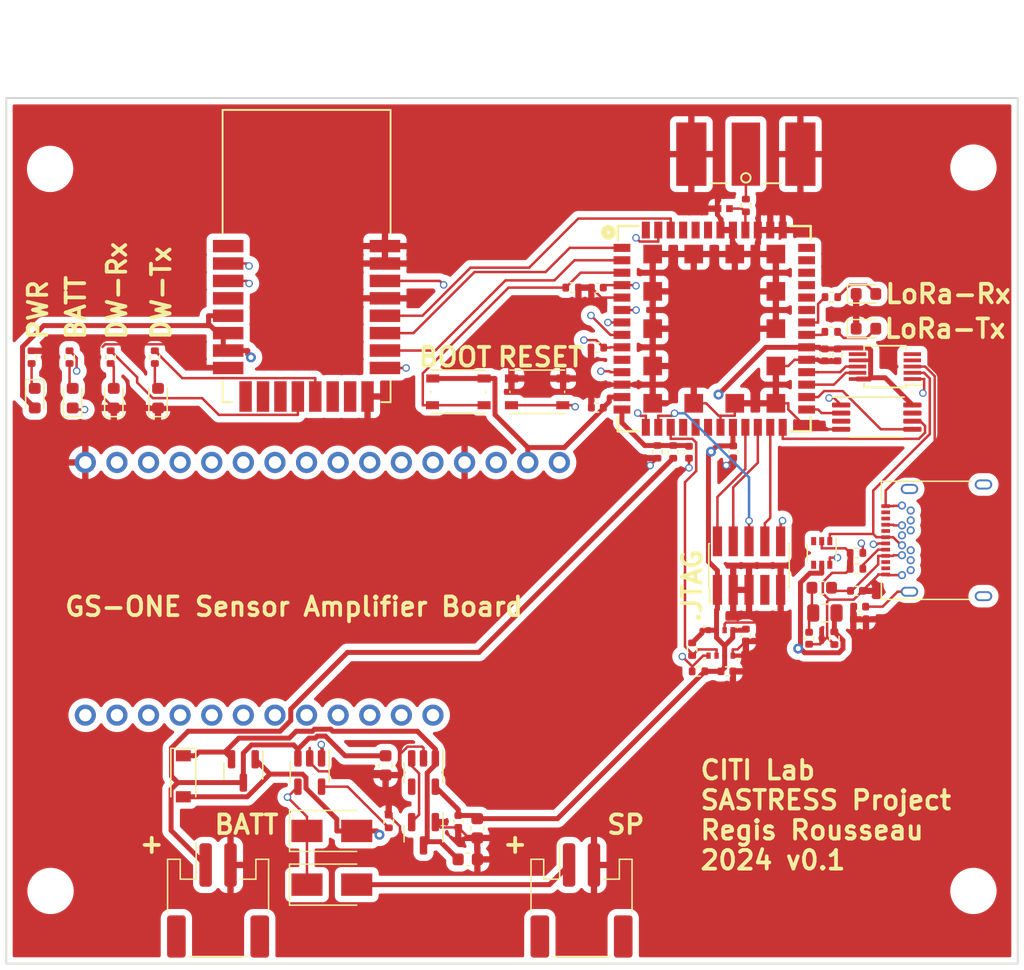
<source format=kicad_pcb>
(kicad_pcb (version 20211014) (generator pcbnew)
  (layers (0 "F.Cu" signal) (1 "In1.Cu" signal) (2 "In2.Cu" signal) (31 "B.Cu" signal) (34 "B.Paste" user) (35 "F.Paste" user) (36 "B.SilkS" user "B.Silkscreen") (37 "F.SilkS" user "F.Silkscreen") (38 "B.Mask" user) (39 "F.Mask" user) (44 "Edge.Cuts" user))
  (net 0 "")
  (net 1 "GND")
  (net 2 "VBAT")
  (net 3 "+BATT")
  (net 4 "+3V3")
  (net 5 "VDD_IN")
  (net 6 "Net-(C105-Pad2)")
  (net 7 "Net-(C106-Pad1)")
  (net 8 "Net-(C107-Pad1)")
  (net 9 "NRST")
  (net 10 "Net-(D100-Pad1)")
  (net 11 "Net-(D101-Pad1)")
  (net 12 "Net-(D101-Pad2)")
  (net 13 "Net-(D102-Pad1)")
  (net 14 "VBUS")
  (net 15 "VDC")
  (net 16 "/STM32WL-MAMWLE-C1/USB_N")
  (net 19 "/STM32WL-MAMWLE-C1/USB_P")
  (net 20 "Net-(D200-Pad2)")
  (net 21 "Net-(D201-Pad2)")
  (net 22 "Net-(J102-PadA5)")
  (net 24 "Net-(J102-PadB5)")
  (net 26 "PA13_SWDIO")
  (net 27 "PA14_SWCLK")
  (net 29 "PA15_JTDI")
  (net 30 "Net-(R104-Pad1)")
  (net 31 "TXLED")
  (net 32 "RXLED")
  (net 33 "DW_IRQ")
  (net 34 "BOOTO")
  (net 35 "BME_SDA")
  (net 36 "BME_SCL")
  (net 37 "LDO_EN")
  (net 40 "DW_WAKEUP")
  (net 41 "DW_RSTn")
  (net 48 "DW_CSn")
  (net 49 "DW_MOSI")
  (net 50 "DW_MISO")
  (net 51 "DW_CLK")
  (net 53 "BME_CLK")
  (net 56 "Net-(CRC200-Pad1)")
  (net 62 "PA11_SWO")
  (net 63 "PB7_RxD1")
  (net 64 "PB6_TxD1")
  (net 65 "ADC0")
  (net 99 "Net-(R206-Pad2)")
  (net 100 "M95_CS")
  (net 101 "M95_CLK")
  (net 102 "M95_MISO")
  (net 103 "M95_MOSI")
  (net 104 "Net-(R207-Pad2)")
  (net 105 "Net-(J201-Pad1)")
  (net 106 "PC0_Tx")
  (net 107 "PC1_Rx")
  (footprint "Mounting_Holes:MountingHole_2.7mm" (layer "F.Cu") (at 58.636 139.088)
    (fp_text reference "MK3" hide)
    (fp_text value "Mounting_Hole_PAD" hide)
  )
  (footprint "Mounting_Holes:MountingHole_2.7mm" (layer "F.Cu") (at 58.6 81.03)
    (fp_text reference "MK1" hide)
    (fp_text value "Mounting_Hole_PAD" hide)
  )
  (footprint "Mounting_Holes:MountingHole_2.7mm" (layer "F.Cu") (at 132.804 80.922)
    (fp_text reference "MK2" hide)
    (fp_text value "Mounting_Hole_PAD" hide)
  )
  (footprint "Mounting_Holes:MountingHole_2.7mm" (layer "F.Cu") (at 132.804 139.088)
    (fp_text reference "MK4" hide)
    (fp_text value "Mounting_Hole_PAD" hide)
  )
  (footprint "Capacitor_SMD:C_0603_1608Metric" (layer "F.Cu") (at 92.926 134.05 -90)
    (fp_text reference "C103" hide)
    (fp_text value "10uF" hide)
  )
  (footprint "Resistor_SMD:R_0402_1005Metric" (layer "F.Cu") (at 67.018 96.162 -90)
    (fp_text reference "R201" hide)
    (fp_text value "1K5" hide)
  )
  (footprint "Connector_JST:JST_PH_S2B-PH-SM4-TB_1x02-1MP_P2.00mm_Horizontal" (layer "F.Cu") (at 101.308 139.85)
    (fp_text reference "J101" hide)
    (fp_text value "JST_PH" hide)
  )
  (footprint "Connector_PinHeader_1.27mm:PinHeader_2x05_P1.27mm_Vertical_SMD" (layer "F.Cu") (at 114.77 112.926 90)
    (fp_text reference "J200" hide)
    (fp_text value "Conn_ARM_JTAG_SWD_10" hide)
  )
  (footprint "RF_Module:DWM1000" (layer "F.Cu") (at 79.21 88.034)
    (fp_text reference "U200" hide)
    (fp_text value "DWM1000" hide)
  )
  (footprint "Capacitor_SMD:C_0402_1005Metric" (layer "F.Cu") (at 121.882 95.984 -90)
    (fp_text reference "C200" hide)
    (fp_text value "100nF" hide)
  )
  (footprint "Package_TO_SOT_SMD:SOT-363_SC-70-6" (layer "F.Cu") (at 120.612 111.91 -90)
    (fp_text reference "D105" hide)
    (fp_text value "NUP2202" hide)
  )
  (footprint "Capacitor_SMD:C_0402_1005Metric" (layer "F.Cu") (at 102.578 90.574 180)
    (fp_text reference "C201" hide)
    (fp_text value "100nF" hide)
  )
  (footprint "LED_SMD:LED_0603_1608Metric" (layer "F.Cu") (at 63.716 99.464 90)
    (fp_text reference "D200" hide)
    (fp_text value "RX-GREEN" hide)
  )
  (footprint "Capacitor_SMD:C_0402_1005Metric" (layer "F.Cu") (at 102.578 100.226)
    (fp_text reference "C204" hide)
    (fp_text value "100nF" hide)
  )
  (footprint "Package_SO:TSSOP-8_4.4x3mm_P0.65mm" (layer "F.Cu") (at 125.036 100.988)
    (fp_text reference "U204" hide)
    (fp_text value "M95M01-RDW6TP" hide)
  )
  (footprint "sma-142-0701-851:142-0701-851" (layer "F.Cu") (at 114.516 79.6774)
    (fp_text reference "J201" hide)
    (fp_text value "CONN_001P_2-5GND_1" hide)
  )
  (footprint "Package_SO:MSOP-10_3x3mm_P0.5mm" (layer "F.Cu") (at 125.692 96.924 180)
    (fp_text reference "U202" hide)
    (fp_text value "CH340E" hide)
  )
  (footprint "Resistor_SMD:R_0402_1005Metric" (layer "F.Cu") (at 57.112 96.162 90)
    (fp_text reference "R102" hide)
    (fp_text value "1K5" hide)
  )
  (footprint "Connector_USB:USB_C_Receptacle_Amphenol_12401548E4-2A" (layer "F.Cu") (at 130.772 110.894 90)
    (fp_text reference "J102" hide)
    (fp_text value "USB_C_Receptacle_USB2.0" hide)
  )
  (footprint "Package_TO_SOT_SMD:SOT-23-5" (layer "F.Cu") (at 79.464 129.566 -90)
    (fp_text reference "U101" hide)
    (fp_text value "MCP73831" hide)
  )
  (footprint "Capacitor_SMD:C_0402_1005Metric" (layer "F.Cu") (at 109.944 103.808 90)
    (fp_text reference "C100" hide)
    (fp_text value "100nF" hide)
  )
  (footprint "LED_SMD:LED_0603_1608Metric" (layer "F.Cu") (at 60.414 99.464 90)
    (fp_text reference "D101" hide)
    (fp_text value "CH_ORANGE" hide)
  )
  (footprint "Button_Switch_SMD:SW_Push_1P1T_NO_Vertical_Wuerth_434133025816" (layer "F.Cu") (at 91.402 98.956 180)
    (fp_text reference "SW201" hide)
    (fp_text value "BOOTO" hide)
  )
  (footprint "Capacitor_SMD:C_0402_1005Metric" (layer "F.Cu") (at 119.596 118.768 -90)
    (fp_text reference "C107" hide)
    (fp_text value "100nF" hide)
  )
  (footprint "LED_SMD:LED_0603_1608Metric" (layer "F.Cu") (at 124.168 91.082)
    (fp_text reference "D202" hide)
    (fp_text value "RX-GREEN" hide)
  )
  (footprint "Package_TO_SOT_SMD:SOT-23" (layer "F.Cu") (at 74.13 129.436 -90)
    (fp_text reference "Q100" hide)
    (fp_text value "SI2323DS" hide)
  )
  (footprint "Resistor_SMD:R_0402_1005Metric" (layer "F.Cu") (at 108.674 103.78 90)
    (fp_text reference "R100" hide)
    (fp_text value "1M" hide)
  )
  (footprint "Connector_JST:JST_PH_S2B-PH-SM4-TB_1x02-1MP_P2.00mm_Horizontal" (layer "F.Cu") (at 72.098 139.85)
    (fp_text reference "J100" hide)
    (fp_text value "JST_PH" hide)
  )
  (footprint "Inductor_SMD:L_0603_1608Metric" (layer "F.Cu") (at 120.612 114.704 180)
    (fp_text reference "FB100" hide)
    (fp_text value "PZ1608D221-1R0TF" hide)
  )
  (footprint "Capacitor_SMD:C_0402_1005Metric" (layer "F.Cu") (at 120.866 95.984 90)
    (fp_text reference "C205" hide)
    (fp_text value "100nF" hide)
  )
  (footprint "LED_SMD:LED_0603_1608Metric" (layer "F.Cu") (at 57.366 99.464 -90)
    (fp_text reference "D100" hide)
    (fp_text value "PWR-RED" hide)
  )
  (footprint "Resistor_SMD:R_0402_1005Metric" (layer "F.Cu") (at 114.516 83.968 90)
    (fp_text reference "R209" hide)
    (fp_text value "0R" hide)
  )
  (footprint "Resistor_SMD:R_0402_1005Metric" (layer "F.Cu") (at 102.578 95.4 180)
    (fp_text reference "R202" hide)
    (fp_text value "1K5" hide)
  )
  (footprint "LED_SMD:LED_0603_1608Metric" (layer "F.Cu") (at 67.272 99.464 90)
    (fp_text reference "D201" hide)
    (fp_text value "TX-BLUE" hide)
  )
  (footprint "Button_Switch_SMD:SW_Push_1P1T_NO_Vertical_Wuerth_434133025816" (layer "F.Cu") (at 97.752 98.956)
    (fp_text reference "SW200" hide)
    (fp_text value "RESET" hide)
  )
  (footprint "Resistor_SMD:R_0402_1005Metric" (layer "F.Cu") (at 123.66 117.244)
    (fp_text reference "R106" hide)
    (fp_text value "1M" hide)
  )
  (footprint "Capacitor_SMD:C_0603_1608Metric" (layer "F.Cu") (at 92.164 136.548)
    (fp_text reference "C104" hide)
    (fp_text value "10uF" hide)
  )
  (footprint "Resistor_SMD:R_0402_1005Metric" (layer "F.Cu") (at 121.374 94.13)
    (fp_text reference "R207" hide)
    (fp_text value "1K5" hide)
  )
  (footprint "Diode_SMD:D_SMA" (layer "F.Cu") (at 81.242 134.262)
    (fp_text reference "D102" hide)
    (fp_text value "SS14" hide)
  )
  (footprint "Capacitor_SMD:C_0402_1005Metric" (layer "F.Cu") (at 123.66 116.228)
    (fp_text reference "C105" hide)
    (fp_text value "10nF" hide)
  )
  (footprint "Resistor_SMD:R_0402_1005Metric" (layer "F.Cu") (at 121.628 118.766 -90)
    (fp_text reference "R105" hide)
    (fp_text value "100K" hide)
  )
  (footprint "Resistor_SMD:R_0402_1005Metric" (layer "F.Cu") (at 110.706 121.43)
    (fp_text reference "R205" hide)
    (fp_text value "5K1" hide)
  )
  (footprint "pgb1010402:PGB1010402KR" (layer "F.Cu") (at 112.738 84.222 180)
    (fp_text reference "CRC200" hide)
    (fp_text value "PGB1010402" hide)
  )
  (footprint "LED_SMD:LED_0603_1608Metric" (layer "F.Cu") (at 124.168 93.876)
    (fp_text reference "D203" hide)
    (fp_text value "TX-BLUE" hide)
  )
  (footprint "Capacitor_SMD:C_0402_1005Metric" (layer "F.Cu") (at 114.516 118.514 -90)
    (fp_text reference "C202" hide)
    (fp_text value "100nF" hide)
  )
  (footprint "Capacitor_SMD:C_0402_1005Metric" (layer "F.Cu") (at 113.5 103.782 -90)
    (fp_text reference "C206" hide)
    (fp_text value "100nF" hide)
  )
  (footprint "Diode_SMD:D_SOD-123" (layer "F.Cu") (at 69.304 129.866 -90)
    (fp_text reference "D104" hide)
    (fp_text value "B5819W" hide)
  )
  (footprint "Capacitor_SMD:C_0603_1608Metric" (layer "F.Cu") (at 85.56 128.996 -90)
    (fp_text reference "C101" hide)
    (fp_text value "10uF" hide)
  )
  (footprint "Resistor_SMD:R_0402_1005Metric" (layer "F.Cu") (at 107.404 103.78 -90)
    (fp_text reference "R101" hide)
    (fp_text value "1M" hide)
  )
  (footprint "Capacitor_SMD:C_0402_1005Metric" (layer "F.Cu") (at 91.402 133.5 -90)
    (fp_text reference "C102" hide)
    (fp_text value "100nF" hide)
  )
  (footprint "MAMWLExx:MAMWLExx" (layer "F.Cu") (at 111.976 93.876)
    (fp_text reference "U201" hide)
    (fp_text value "MAMWLExx" hide)
  )
  (footprint "Package_LGA:Bosch_LGA-8_2.5x2.5mm_P0.65mm_ClockwisePinNumbering" (layer "F.Cu") (at 112.484 119.144 180)
    (fp_text reference "U203" hide)
    (fp_text value "BME280" hide)
  )
  (footprint "Diode_SMD:D_SMA" (layer "F.Cu") (at 81.242 138.58)
    (fp_text reference "D103" hide)
    (fp_text value "SS14" hide)
  )
  (footprint "Resistor_SMD:R_0402_1005Metric" (layer "F.Cu") (at 121.386 91.336)
    (fp_text reference "R206" hide)
    (fp_text value "1k5" hide)
  )
  (footprint "Resistor_SMD:R_0402_1005Metric" (layer "F.Cu") (at 85.814 133.5 90)
    (fp_text reference "R104" hide)
    (fp_text value "4K7" hide)
  )
  (footprint "Fuse:Fuse_0805_2012Metric" (layer "F.Cu") (at 120.866 116.736)
    (fp_text reference "F101" hide)
    (fp_text value "0.75A" hide)
  )
  (footprint "Resistor_SMD:R_0402_1005Metric" (layer "F.Cu") (at 100.548 90.574)
    (fp_text reference "R203" hide)
    (fp_text value "100K" hide)
  )
  (footprint "Resistor_SMD:R_0402_1005Metric" (layer "F.Cu") (at 123.406 113.18)
    (fp_text reference "R107" hide)
    (fp_text value "5K1" hide)
  )
  (footprint "Resistor_SMD:R_0402_1005Metric" (layer "F.Cu") (at 110.198 119.652 90)
    (fp_text reference "R204" hide)
    (fp_text value "5K1" hide)
  )
  (footprint "Capacitor_SMD:C_0402_1005Metric" (layer "F.Cu") (at 123.406 114.958)
    (fp_text reference "C106" hide)
    (fp_text value "10nF" hide)
  )
  (footprint "Package_TO_SOT_SMD:SOT-23" (layer "F.Cu") (at 88.608 134.49 -90)
    (fp_text reference "U100" hide)
    (fp_text value "TPS3809K33D" hide)
  )
  (footprint "Resistor_SMD:R_0402_1005Metric" (layer "F.Cu") (at 123.406 111.91)
    (fp_text reference "R108" hide)
    (fp_text value "5K1" hide)
  )
  (footprint "Resistor_SMD:R_0402_1005Metric" (layer "F.Cu") (at 63.462 96.162 -90)
    (fp_text reference "R200" hide)
    (fp_text value "1k5" hide)
  )
  (footprint "penguino_v1:Feather-Generic-no-holes" (layer "F.Cu") (at 105.88 103.3615 -90)
    (fp_text reference "U300" hide)
    (fp_text value "Feather-Generic")
  )
  (footprint "Capacitor_SMD:C_0402_1005Metric" (layer "F.Cu") (at 112.992 121.43)
    (fp_text reference "C203" hide)
    (fp_text value "100nF" hide)
  )
  (footprint "Resistor_SMD:R_0402_1005Metric" (layer "F.Cu") (at 60.16 96.162 -90)
    (fp_text reference "R103" hide)
    (fp_text value "1K5" hide)
  )
  (footprint "Package_TO_SOT_SMD:TSOT-23-5" (layer "F.Cu") (at 88.608 129.566 -90)
    (fp_text reference "U102" hide)
    (fp_text value "RT9078-33GJ5" hide)
  )
  (gr_rect (start 55.08 75.334) (end 136.36 144.93) (layer "Edge.Cuts") (width 0.15) (fill none))
  (gr_text "+" (at 66.764 135.278) (layer "F.SilkS") (effects (font (size 1.5 1.5) (thickness 0.3))))
  (gr_text "SP" (at 104.864 133.754) (layer "F.SilkS") (effects (font (size 1.5 1.5) (thickness 0.3))))
  (gr_text "DW-Rx" (at 63.97 90.828 90) (layer "F.SilkS") (effects (font (size 1.5 1.5) (thickness 0.3))))
  (gr_text "." (at 110.706 116.482) (layer "F.SilkS") (effects (font (size 1.5 1.5) (thickness 0.3))))
  (gr_text "RESET" (at 98.006 96.162) (layer "F.SilkS") (effects (font (size 1.5 1.5) (thickness 0.3))))
  (gr_text "JTAG" (at 110.198 114.196 90) (layer "F.SilkS") (effects (font (size 1.5 1.5) (thickness 0.3))))
  (gr_text "+" (at 95.974 135.278) (layer "F.SilkS") (effects (font (size 1.5 1.5) (thickness 0.3))))
  (gr_text "BOOT" (at 91.148 96.162) (layer "F.SilkS") (effects (font (size 1.5 1.5) (thickness 0.3))))
  (gr_text "CITI Lab\nSASTRESS Project\nRegis Rousseau\n2024 v0.1" (at 110.706 132.992) (layer "F.SilkS") (effects (font (size 1.5 1.5) (thickness 0.3)) (justify left)))
  (gr_text "DW-Tx" (at 67.526 91.006572 90) (layer "F.SilkS") (effects (font (size 1.5 1.5) (thickness 0.3))))
  (gr_text "BATT" (at 74.384 133.754) (layer "F.SilkS") (effects (font (size 1.5 1.5) (thickness 0.3))))
  (gr_text "PWR" (at 57.62 92.363714 90) (layer "F.SilkS") (effects (font (size 1.5 1.5) (thickness 0.3))))
  (gr_text "GS-ONE Sensor Amplifier Board" (at 78.194 116.228) (layer "F.SilkS") (effects (font (size 1.5 1.5) (thickness 0.3))))
  (gr_text "LoRa-Rx" (at 130.772 91.082) (layer "F.SilkS") (effects (font (size 1.5 1.5) (thickness 0.3))))
  (gr_text "BATT" (at 60.668 92.185143 90) (layer "F.SilkS") (effects (font (size 1.5 1.5) (thickness 0.3))))
  (gr_text "LoRa-Tx" (at 130.518 93.876) (layer "F.SilkS") (effects (font (size 1.5 1.5) (thickness 0.3))))
  (segment (start 102.9 91.376) (end 102.098 90.574) (width 0.2) (layer "F.Cu") (net 1))
  (segment (start 113.626 87.876) (end 113.626 87.3758) (width 0.2) (layer "F.Cu") (net 1))
  (segment (start 84.11 99.1116) (end 84.11 98.6355) (width 0.2) (layer "F.Cu") (net 1))
  (segment (start 88.608 127.916) (end 88.608 127.591) (width 0.2) (layer "F.Cu") (net 1))
  (segment (start 117.476 86.1773) (end 117.476 86.4086) (width 0.2) (layer "F.Cu") (net 1))
  (segment (start 120.7001 114.2541) (end 121.4456 113.5086) (width 0.2) (layer "F.Cu") (net 1))
  (segment (start 127.037 108.119) (end 127.062 108.094) (width 0.2) (layer "F.Cu") (net 1))
  (segment (start 112.476 100.8763) (end 113.626 100.8763) (width 0.2) (layer "F.Cu") (net 1))
  (segment (start 109.944 105.0645) (end 109.944 104.288) (width 0.2) (layer "F.Cu") (net 1))
  (segment (start 112.9246 117.5031) (end 115.1556 117.5031) (width 0.2) (layer "F.Cu") (net 1))
  (segment (start 114.77 114.876) (end 113.5 114.876) (width 0.2) (layer "F.Cu") (net 1))
  (segment (start 80.1952 129.4688) (end 79.464 128.7376) (width 0.2) (layer "F.Cu") (net 1))
  (segment (start 121.1985 115.664) (end 120.7001 115.1656) (width 0.2) (layer "F.Cu") (net 1))
  (segment (start 79.464 128.7376) (end 79.464 128.4285) (width 0.2) (layer "F.Cu") (net 1))
  (segment (start 69.5303 95.1308) (end 63.0238 95.1308) (width 0.2) (layer "F.Cu") (net 1))
  (segment (start 95.677 97.881) (end 96.4523 97.881) (width 0.2) (layer "F.Cu") (net 1))
  (segment (start 117.9263 96.876) (end 118.4263 96.376) (width 0.2) (layer "F.Cu") (net 1))
  (segment (start 79.464 127.96) (end 79.464 127.591) (width 0.2) (layer "F.Cu") (net 1))
  (segment (start 86.7192 133.8952) (end 86.7192 134.9029) (width 0.2) (layer "F.Cu") (net 1))
  (segment (start 120.778 96.376) (end 120.866 96.464) (width 0.2) (layer "F.Cu") (net 1))
  (segment (start 63.0238 95.1308) (end 62.8132 95.3414) (width 0.2) (layer "F.Cu") (net 1))
  (segment (start 89.9855 133.98) (end 89.558 133.5525) (width 0.2) (layer "F.Cu") (net 1))
  (segment (start 126.3773 108.119) (end 126.3523 108.144) (width 0.2) (layer "F.Cu") (net 1))
  (segment (start 115.476 85.946) (end 115.476 86.1773) (width 0.2) (layer "F.Cu") (net 1))
  (segment (start 92.939 136.548) (end 92.926 136.535) (width 0.2) (layer "F.Cu") (net 1))
  (segment (start 127.062 113.694) (end 125.932 113.694) (width 0.2) (layer "F.Cu") (net 1))
  (segment (start 116.476 85.946) (end 116.476 86.1773) (width 0.2) (layer "F.Cu") (net 1))
  (segment (start 88.5014 127.4844) (end 87.3307 127.4844) (width 0.2) (layer "F.Cu") (net 1))
  (segment (start 115.476 86.1773) (end 115.476 86.4086) (width 0.2) (layer "F.Cu") (net 1))
  (segment (start 87.3307 127.4844) (end 86.6606 128.1545) (width 0.2) (layer "F.Cu") (net 1))
  (segment (start 111.3263 99.876) (end 112.3266 100.8763) (width 0.2) (layer "F.Cu") (net 1))
  (segment (start 107.026 90.826) (end 107.026 90.876) (width 0.2) (layer "F.Cu") (net 1))
  (segment (start 112.3266 100.8763) (end 112.476 100.8763) (width 0.2) (layer "F.Cu") (net 1))
  (segment (start 91.402 133.98) (end 89.9855 133.98) (width 0.2) (layer "F.Cu") (net 1))
  (segment (start 125.1517 113.644) (end 125.1517 113.6923) (width 0.2) (layer "F.Cu") (net 1))
  (segment (start 113.476 86.1773) (end 113.476 86.4086) (width 0.2) (layer "F.Cu") (net 1))
  (segment (start 110.1345 82.6328) (end 110.1746 82.6328) (width 0.2) (layer "F.Cu") (net 1))
  (segment (start 112.476 86.1773) (end 112.476 86.4086) (width 0.2) (layer "F.Cu") (net 1))
  (segment (start 109.8259 99.876) (end 110.326 99.876) (width 0.2) (layer "F.Cu") (net 1))
  (segment (start 118.4263 96.376) (end 119.396 96.376) (width 0.2) (layer "F.Cu") (net 1))
  (segment (start 88.608 127.916) (end 88.608 128.4285) (width 0.2) (layer "F.Cu") (net 1))
  (segment (start 112.2808 84.222) (end 111.7638 84.222) (width 0.2) (layer "F.Cu") (net 1))
  (segment (start 112.476 100.8763) (end 112.476 100.8807) (width 0.2) (layer "F.Cu") (net 1))
  (segment (start 85.56 129.4688) (end 80.1952 129.4688) (width 0.2) (layer "F.Cu") (net 1))
  (segment (start 121.1985 115.664) (end 121.0453 115.8172) (width 0.2) (layer "F.Cu") (net 1))
  (segment (start 120.4906 119.248) (end 119.596 119.248) (width 0.2) (layer "F.Cu") (net 1))
  (segment (start 121.0453 118.6933) (end 120.4906 119.248) (width 0.2) (layer "F.Cu") (net 1))
  (segment (start 112.809 117.6187) (end 112.9246 117.5031) (width 0.2) (layer "F.Cu") (net 1))
  (segment (start 102.308 137) (end 102.308 136.4902) (width 0.2) (layer "F.Cu") (net 1))
  (segment (start 128.9258 96.924) (end 127.892 96.924) (width 0.2) (layer "F.Cu") (net 1))
  (segment (start 125.752 108.144) (end 125.752 106.8862) (width 0.2) (layer "F.Cu") (net 1))
  (segment (start 85.56 129.771) (end 85.56 129.4688) (width 0.2) (layer "F.Cu") (net 1))
  (segment (start 116.926 99.876) (end 117.9263 99.876) (width 0.2) (layer "F.Cu") (net 1))
  (segment (start 122.5213 111.5353) (end 122.896 111.91) (width 0.2) (layer "F.Cu") (net 1))
  (segment (start 88.608 127.591) (end 88.5014 127.4844) (width 0.2) (layer "F.Cu") (net 1))
  (segment (start 92.247 134.825) (end 91.402 133.98) (width 0.2) (layer "F.Cu") (net 1))
  (segment (start 84.11 99.2209) (end 84.11 99.1116) (width 0.2) (layer "F.Cu") (net 1))
  (segment (start 79.464 127.96) (end 79.464 128.4285) (width 0.2) (layer "F.Cu") (net 1))
  (segment (start 106.8231 104.8709) (end 107.404 104.29) (width 0.2) (layer "F.Cu") (net 1))
  (segment (start 125.752 113.644) (end 125.1517 113.644) (width 0.2) (layer "F.Cu") (net 1))
  (segment (start 122.5674 113.5086) (end 122.896 113.18) (width 0.2) (layer "F.Cu") (net 1))
  (segment (start 92.926 134.825) (end 92.247 134.825) (width 0.2) (layer "F.Cu") (net 1))
  (segment (start 125.932 113.694) (end 125.882 113.644) (width 0.2) (layer "F.Cu") (net 1))
  (segment (start 116.926 96.876) (end 117.9263 96.876) (width 0.2) (layer "F.Cu") (net 1))
  (segment (start 123.886 114.958) (end 123.18 115.664) (width 0.2) (layer "F.Cu") (net 1))
  (segment (start 119.5132 101.963) (end 122.1735 101.963) (width 0.2) (layer "F.Cu") (net 1))
  (segment (start 120.612 111.5353) (end 122.5213 111.5353) (width 0.2) (layer "F.Cu") (net 1))
  (segment (start 112.476 101.806) (end 112.476 100.8807) (width 0.2) (layer "F.Cu") (net 1))
  (segment (start 113.472 121.43) (end 113.459 121.417) (width 0.2) (layer "F.Cu") (net 1))
  (segment (start 117.9263 100.3761) (end 119.5132 101.963) (width 0.2) (layer "F.Cu") (net 1))
  (segment (start 113.8413 119.6687) (end 113.459 119.6687) (width 0.2) (layer "F.Cu") (net 1))
  (segment (start 85.814 132.99) (end 85.56 132.736) (width 0.2) (layer "F.Cu") (net 1))
  (segment (start 112.809 118.119) (end 112.809 117.6187) (width 0.2) (layer "F.Cu") (net 1))
  (segment (start 125.752 108.144) (end 126.3523 108.144) (width 0.2) (layer "F.Cu") (net 1))
  (segment (start 123.18 115.664) (end 121.1985 115.664) (width 0.2) (layer "F.Cu") (net 1))
  (segment (start 84.11 99.3302) (end 84.11 99.2209) (width 0.2) (layer "F.Cu") (net 1))
  (segment (start 127.012 108.144) (end 127.037 108.119) (width 0.2) (layer "F.Cu") (net 1))
  (segment (start 113.626 99.876) (end 113.626 100.3761) (width 0.2) (layer "F.Cu") (net 1))
  (segment (start 62.8132 99.3487) (end 63.716 100.2515) (width 0.2) (layer "F.Cu") (net 1))
  (segment (start 121.0453 115.8172) (end 121.0453 118.6933) (width 0.2) (layer "F.Cu") (net 1))
  (segment (start 125.752 106.8862) (end 129.6916 102.9466) (width 0.2) (layer "F.Cu") (net 1))
  (segment (start 101.058 90.574) (end 102.098 90.574) (width 0.2) (layer "F.Cu") (net 1))
  (segment (start 123.18 116.228) (end 123.15 116.258) (width 0.2) (layer "F.Cu") (net 1))
  (segment (start 113.476 85.946) (end 113.476 86.1773) (width 0.2) (layer "F.Cu") (net 1))
  (segment (start 125.1517 113.6923) (end 123.886 114.958) (width 0.2) (layer "F.Cu") (net 1))
  (segment (start 129.6916 102.9466) (end 129.6916 97.6898) (width 0.2) (layer "F.Cu") (net 1))
  (segment (start 113.459 120.169) (end 113.459 119.6687) (width 0.2) (layer "F.Cu") (net 1))
  (segment (start 104.556 91.376) (end 102.9 91.376) (width 0.2) (layer "F.Cu") (net 1))
  (segment (start 113.626 100.3761) (end 113.626 100.8763) (width 0.2) (layer "F.Cu") (net 1))
  (segment (start 117.476 85.946) (end 117.476 86.1773) (width 0.2) (layer "F.Cu") (net 1))
  (segment (start 121.4456 113.5086) (end 122.5674 113.5086) (width 0.2) (layer "F.Cu") (net 1))
  (segment (start 125.752 113.644) (end 125.882 113.644) (width 0.2) (layer "F.Cu") (net 1))
  (segment (start 127.037 108.119) (end 126.3773 108.119) (width 0.2) (layer "F.Cu") (net 1))
  (segment (start 113.5 104.3122) (end 113.5 104.262) (width 0.2) (layer "F.Cu") (net 1))
  (segment (start 129.6916 97.6898) (end 128.9258 96.924) (width 0.2) (layer "F.Cu") (net 1))
  (segment (start 117.2339 86.6507) (end 117.476 86.4086) (width 0.2) (layer "F.Cu") (net 1))
  (segment (start 121.0453 118.6933) (end 121.628 119.276) (width 0.2) (layer "F.Cu") (net 1))
  (segment (start 116.476 86.1773) (end 116.476 86.4086) (width 0.2) (layer "F.Cu") (net 1))
  (segment (start 112.9365 104.8757) (end 113.5 104.3122) (width 0.2) (layer "F.Cu") (net 1))
  (segment (start 112.476 85.946) (end 112.476 86.1773) (width 0.2) (layer "F.Cu") (net 1))
  (segment (start 110.326 99.876) (end 111.3263 99.876) (width 0.2) (layer "F.Cu") (net 1))
  (segment (start 114.516 118.994) (end 113.8413 119.6687) (width 0.2) (layer "F.Cu") (net 1))
  (segment (start 120.7001 115.1656) (end 120.7001 114.2541) (width 0.2) (layer "F.Cu") (net 1))
  (segment (start 85.814 132.99) (end 86.7192 133.8952) (width 0.2) (layer "F.Cu") (net 1))
  (segment (start 117.9263 99.876) (end 117.9263 100.3761) (width 0.2) (layer "F.Cu") (net 1))
  (segment (start 120.612 110.96) (end 120.612 111.5353) (width 0.2) (layer "F.Cu") (net 1))
  (via (at 109.944 105.0645) (size 0.6) (drill 0.4) (layers "F.Cu" "B.Cu") (net 1))
  (via (at 112.9365 104.8757) (size 0.6) (drill 0.4) (layers "F.Cu" "B.Cu") (net 1))
  (via (at 106.8231 104.8709) (size 0.6) (drill 0.4) (layers "F.Cu" "B.Cu") (net 1))
  (segment (start 104.556 101.4424) (end 106.3836 103.27) (width 0.4) (layer "F.Cu") (net 2))
  (segment (start 104.556 100.376) (end 104.556 101.4424) (width 0.4) (layer "F.Cu") (net 2))
  (segment (start 106.3836 103.27) (end 107.404 103.27) (width 0.4) (layer "F.Cu") (net 2))
  (segment (start 107.404 103.27) (end 108.674 103.27) (width 0.4) (layer "F.Cu") (net 2))
  (segment (start 108.674 103.27) (end 109.886 103.27) (width 0.4) (layer "F.Cu") (net 2))
  (segment (start 109.886 103.27) (end 109.944 103.328) (width 0.4) (layer "F.Cu") (net 2))
  (segment (start 74.13 127.9976) (end 74.7805 127.3471) (width 0.4) (layer "F.Cu") (net 3))
  (segment (start 74.13 130.3735) (end 74.13 127.9976) (width 0.4) (layer "F.Cu") (net 3))
  (segment (start 79.4083 126.7967) (end 78.514 127.691) (width 0.4) (layer "F.Cu") (net 3))
  (segment (start 68.3222 130.9163) (end 68.3222 134.2242) (width 0.4) (layer "F.Cu") (net 3))
  (segment (start 74.13 130.3735) (end 68.865 130.3735) (width 0.4) (layer "F.Cu") (net 3))
  (segment (start 68.3528 129.8613) (end 68.3528 127.5848) (width 0.4) (layer "F.Cu") (net 3))
  (segment (start 78.1701 127.3471) (end 78.514 127.691) (width 0.4) (layer "F.Cu") (net 3))
  (segment (start 80.7183 126.6329) (end 80.0704 126.6329) (width 0.4) (layer "F.Cu") (net 3))
  (segment (start 77.0771 126.2463) (end 77.94 125.3834) (width 0.4) (layer "F.Cu") (net 3))
  (segment (start 79.9066 126.7967) (end 79.4083 126.7967) (width 0.4) (layer "F.Cu") (net 3))
  (segment (start 68.865 130.3735) (end 68.3222 130.9163) (width 0.4) (layer "F.Cu") (net 3))
  (segment (start 77.94 125.3834) (end 77.94 124.4652) (width 0.4) (layer "F.Cu") (net 3))
  (segment (start 77.94 124.4652) (end 82.4989 119.9063) (width 0.4) (layer "F.Cu") (net 3))
  (segment (start 82.3064 128.221) (end 80.7183 126.6329) (width 0.4) (layer "F.Cu") (net 3))
  (segment (start 80.0704 126.6329) (end 79.9066 126.7967) (width 0.4) (layer "F.Cu") (net 3))
  (segment (start 68.3528 127.5848) (end 69.6913 126.2463) (width 0.4) (layer "F.Cu") (net 3))
  (segment (start 68.3222 134.2242) (end 71.098 137) (width 0.4) (layer "F.Cu") (net 3))
  (segment (start 74.7805 127.3471) (end 78.1701 127.3471) (width 0.4) (layer "F.Cu") (net 3))
  (segment (start 82.4989 119.9063) (end 93.0577 119.9063) (width 0.4) (layer "F.Cu") (net 3))
  (segment (start 93.0577 119.9063) (end 108.674 104.29) (width 0.4) (layer "F.Cu") (net 3))
  (segment (start 69.6913 126.2463) (end 77.0771 126.2463) (width 0.4) (layer "F.Cu") (net 3))
  (segment (start 78.514 128.158) (end 78.514 127.691) (width 0.4) (layer "F.Cu") (net 3))
  (segment (start 78.514 128.158) (end 78.514 128.4285) (width 0.4) (layer "F.Cu") (net 3))
  (segment (start 85.56 128.221) (end 82.3064 128.221) (width 0.4) (layer "F.Cu") (net 3))
  (segment (start 68.865 130.3735) (end 68.3528 129.8613) (width 0.4) (layer "F.Cu") (net 3))
  (segment (start 94.3523 100.7935) (end 94.3523 97.881) (width 0.4) (layer "F.Cu") (net 4))
  (segment (start 56.3836 99.2691) (end 57.366 100.2515) (width 0.4) (layer "F.Cu") (net 4))
  (segment (start 112.159 118.119) (end 112.159 116.4973) (width 0.4) (layer "F.Cu") (net 4))
  (segment (start 72.91 95.6352) (end 74.4853 95.6352) (width 0.4) (layer "F.Cu") (net 4))
  (segment (start 123.492 96.424) (end 124.4922 96.424) (width 0.2998) (layer "F.Cu") (net 4))
  (segment (start 103.058 100.298) (end 99.9248 103.4312) (width 0.4) (layer "F.Cu") (net 4))
  (segment (start 71.4723 93.6262) (end 71.3347 93.6262) (width 0.4) (layer "F.Cu") (net 4))
  (segment (start 121.882 95.504) (end 120.866 95.504) (width 0.4) (layer "F.Cu") (net 4))
  (segment (start 72.0516 94.2352) (end 72.0813 94.2352) (width 0.4) (layer "F.Cu") (net 4))
  (segment (start 104.556 99.376) (end 103.5307 99.376) (width 0.4) (layer "F.Cu") (net 4))
  (segment (start 112.159 118.7193) (end 112.809 119.3693) (width 0.4) (layer "F.Cu") (net 4))
  (segment (start 124.5424 96.424) (end 124.4922 96.424) (width 0.2998) (layer "F.Cu") (net 4))
  (segment (start 124.4394 97.9244) (end 124.5424 97.8214) (width 0.4) (layer "F.Cu") (net 4))
  (segment (start 72.5162 95.6352) (end 72.91 95.6352) (width 0.4) (layer "F.Cu") (net 4))
  (segment (start 112.23 113.3257) (end 111.5096 112.6053) (width 0.4) (layer "F.Cu") (net 4))
  (segment (start 121.882 95.504) (end 121.9624 95.4236) (width 0.4) (layer "F.Cu") (net 4))
  (segment (start 119.396 95.376) (end 116.1126 95.376) (width 0.4) (layer "F.Cu") (net 4))
  (segment (start 93.477 97.881) (end 94.3523 97.881) (width 0.4) (layer "F.Cu") (net 4))
  (segment (start 110.9837 118.119) (end 110.9837 118.3563) (width 0.4) (layer "F.Cu") (net 4))
  (segment (start 123.492 97.9244) (end 124.4394 97.9244) (width 0.4) (layer "F.Cu") (net 4))
  (segment (start 113.459 118.119) (end 114.431 118.119) (width 0.4) (layer "F.Cu") (net 4))
  (segment (start 58.0924 93.6262) (end 56.3836 95.335) (width 0.4) (layer "F.Cu") (net 4))
  (segment (start 72.0813 94.2352) (end 71.4723 93.6262) (width 0.4) (layer "F.Cu") (net 4))
  (segment (start 112.809 119.3693) (end 112.809 120.169) (width 0.4) (layer "F.Cu") (net 4))
  (segment (start 103.5307 99.376) (end 103.5307 99.7533) (width 0.4) (layer "F.Cu") (net 4))
  (segment (start 99.9248 103.4312) (end 96.99 103.4312) (width 0.4) (layer "F.Cu") (net 4))
  (segment (start 111.5096 103.97) (end 111.7152 103.7644) (width 0.4) (layer "F.Cu") (net 4))
  (segment (start 91.402 133.02) (end 91.402 132.5475) (width 0.4) (layer "F.Cu") (net 4))
  (segment (start 89.352 97.881) (end 93.477 97.881) (width 0.4) (layer "F.Cu") (net 4))
  (segment (start 71.3347 93.6262) (end 71.3347 92.8352) (width 0.4) (layer "F.Cu") (net 4))
  (segment (start 112.159 118.119) (end 111.509 118.119) (width 0.4) (layer "F.Cu") (net 4))
  (segment (start 119.9087 95.376) (end 120.4213 95.376) (width 0.4) (layer "F.Cu") (net 4))
  (segment (start 119.9087 95.376) (end 119.396 95.376) (width 0.4) (layer "F.Cu") (net 4))
  (segment (start 72.5162 94.2352) (end 72.5162 95.6352) (width 0.4) (layer "F.Cu") (net 4))
  (segment (start 103.058 100.226) (end 103.058 100.298) (width 0.4) (layer "F.Cu") (net 4))
  (segment (start 111.216 121.43) (end 112.512 121.43) (width 0.4) (layer "F.Cu") (net 4))
  (segment (start 113.459 118.7193) (end 112.809 119.3693) (width 0.4) (layer "F.Cu") (net 4))
  (segment (start 112.809 120.169) (end 112.809 121.133) (width 0.4) (layer "F.Cu") (net 4))
  (segment (start 91.402 133.02) (end 92.671 133.02) (width 0.4) (layer "F.Cu") (net 4))
  (segment (start 124.5424 97.8214) (end 124.5424 96.424) (width 0.4) (layer "F.Cu") (net 4))
  (segment (start 112.159 116.4973) (end 112.23 116.4263) (width 0.4) (layer "F.Cu") (net 4))
  (segment (start 74.4853 95.9305) (end 74.7392 96.1844) (width 0.4) (layer "F.Cu") (net 4))
  (segment (start 72.1224 94.2352) (end 72.0813 94.2352) (width 0.4) (layer "F.Cu") (net 4))
  (segment (start 116.1126 95.376) (end 112.3154 99.1732) (width 0.4) (layer "F.Cu") (net 4))
  (segment (start 111.5096 112.6053) (end 111.5096 103.97) (width 0.4) (layer "F.Cu") (net 4))
  (segment (start 72.0813 94.2352) (end 72.1224 94.2352) (width 0.4) (layer "F.Cu") (net 4))
  (segment (start 125.7069 97.8214) (end 127.8985 100.013) (width 0.4) (layer "F.Cu") (net 4))
  (segment (start 110.9837 118.3563) (end 110.198 119.142) (width 0.4) (layer "F.Cu") (net 4))
  (segment (start 99.371 133.275) (end 92.926 133.275) (width 0.4) (layer "F.Cu") (net 4))
  (segment (start 112.23 114.876) (end 112.23 113.3257) (width 0.4) (layer "F.Cu") (net 4))
  (segment (start 72.5162 94.2352) (end 72.1224 94.2352) (width 0.4) (layer "F.Cu") (net 4))
  (segment (start 72.26 95.6352) (end 72.5162 95.6352) (width 0.4) (layer "F.Cu") (net 4))
  (segment (start 112.809 121.133) (end 112.512 121.43) (width 0.4) (layer "F.Cu") (net 4))
  (segment (start 121.9624 95.4236) (end 124.3611 95.4236) (width 0.4) (layer "F.Cu") (net 4))
  (segment (start 112.1776 103.302) (end 113.476 103.302) (width 0.4) (layer "F.Cu") (net 4))
  (segment (start 124.5424 95.6049) (end 124.5424 96.424) (width 0.4) (layer "F.Cu") (net 4))
  (segment (start 112.159 118.119) (end 112.159 118.7193) (width 0.4) (layer "F.Cu") (net 4))
  (segment (start 92.671 133.02) (end 92.926 133.275) (width 0.4) (layer "F.Cu") (net 4))
  (segment (start 91.402 132.5475) (end 89.558 130.7035) (width 0.4) (layer "F.Cu") (net 4))
  (segment (start 72.91 92.8352) (end 71.3347 92.8352) (width 0.4) (layer "F.Cu") (net 4))
  (segment (start 74.4853 95.6352) (end 74.4853 95.9305) (width 0.4) (layer "F.Cu") (net 4))
  (segment (start 113.459 118.119) (end 113.459 118.7193) (width 0.4) (layer "F.Cu") (net 4))
  (segment (start 120.5493 95.504) (end 120.4213 95.376) (width 0.4) (layer "F.Cu") (net 4))
  (segment (start 111.7152 103.7644) (end 112.1776 103.302) (width 0.4) (layer "F.Cu") (net 4))
  (segment (start 103.5307 99.7533) (end 103.058 100.226) (width 0.4) (layer "F.Cu") (net 4))
  (segment (start 124.3611 95.4236) (end 124.5424 95.6049) (width 0.4) (layer "F.Cu") (net 4))
  (segment (start 96.99 103.4312) (end 94.3523 100.7935) (width 0.4) (layer "F.Cu") (net 4))
  (segment (start 123.492 97.9244) (end 123.492 97.924) (width 0.2998) (layer "F.Cu") (net 4))
  (segment (start 113.476 101.806) (end 113.476 102.8313) (width 0.4) (layer "F.Cu") (net 4))
  (segment (start 124.5424 97.8214) (end 125.7069 97.8214) (width 0.4) (layer "F.Cu") (net 4))
  (segment (start 71.3347 93.6262) (end 58.0924 93.6262) (width 0.4) (layer "F.Cu") (net 4))
  (segment (start 113.476 103.302) (end 113.5 103.302) (width 0.4) (layer "F.Cu") (net 4))
  (segment (start 114.431 118.119) (end 114.516 118.034) (width 0.4) (layer "F.Cu") (net 4))
  (segment (start 112.23 114.876) (end 112.23 116.4263) (width 0.4) (layer "F.Cu") (net 4))
  (segment (start 111.509 118.119) (end 110.9837 118.119) (width 0.4) (layer "F.Cu") (net 4))
  (segment (start 96.99 104.6315) (end 96.99 103.4312) (width 0.4) (layer "F.Cu") (net 4))
  (segment (start 72.91 94.2352) (end 72.5162 94.2352) (width 0.4) (layer "F.Cu") (net 4))
  (segment (start 111.216 121.43) (end 99.371 133.275) (width 0.4) (layer "F.Cu") (net 4))
  (segment (start 56.3836 95.335) (end 56.3836 99.2691) (width 0.4) (layer "F.Cu") (net 4))
  (segment (start 113.476 102.8313) (end 113.476 103.302) (width 0.4) (layer "F.Cu") (net 4))
  (segment (start 120.866 95.504) (end 120.5493 95.504) (width 0.4) (layer "F.Cu") (net 4))
  (via (at 74.7392 96.1844) (size 0.8) (drill 0.4) (layers "F.Cu" "B.Cu") (net 4))
  (via (at 111.7152 103.7644) (size 0.8) (drill 0.4) (layers "F.Cu" "B.Cu") (net 4))
  (via (at 112.3154 99.1732) (size 0.8) (drill 0.4) (layers "F.Cu" "B.Cu") (net 4))
  (segment (start 72.672 127.9169) (end 72.672 127.896) (width 0.4) (layer "F.Cu") (net 5))
  (segment (start 79.8425 126.0826) (end 79.6787 126.2464) (width 0.4) (layer "F.Cu") (net 5))
  (segment (start 88.907 129.5907) (end 88.907 135.1285) (width 0.4) (layer "F.Cu") (net 5))
  (segment (start 89.558 128.122) (end 89.558 128.4285) (width 0.4) (layer "F.Cu") (net 5))
  (segment (start 89.558 128.4285) (end 89.558 128.9397) (width 0.4) (layer "F.Cu") (net 5))
  (segment (start 81.1507 126.0826) (end 79.8425 126.0826) (width 0.4) (layer "F.Cu") (net 5))
  (segment (start 70.2543 128.216) (end 70.5534 127.9169) (width 0.4) (layer "F.Cu") (net 5))
  (segment (start 89.9695 135.1285) (end 91.389 136.548) (width 0.4) (layer "F.Cu") (net 5))
  (segment (start 77.8232 126.7967) (end 73.7713 126.7967) (width 0.4) (layer "F.Cu") (net 5))
  (segment (start 69.304 128.216) (end 70.2543 128.216) (width 0.4) (layer "F.Cu") (net 5))
  (segment (start 88.907 135.1285) (end 89.9695 135.1285) (width 0.4) (layer "F.Cu") (net 5))
  (segment (start 89.558 128.9397) (end 88.907 129.5907) (width 0.4) (layer "F.Cu") (net 5))
  (segment (start 89.558 127.691) (end 88.1134 126.2464) (width 0.4) (layer "F.Cu") (net 5))
  (segment (start 81.3145 126.2464) (end 81.1507 126.0826) (width 0.4) (layer "F.Cu") (net 5))
  (segment (start 73.18 128.4249) (end 73.18 128.4985) (width 0.4) (layer "F.Cu") (net 5))
  (segment (start 88.907 135.1285) (end 88.608 135.4275) (width 0.4) (layer "F.Cu") (net 5))
  (segment (start 72.672 127.917) (end 72.672 127.9169) (width 0.4) (layer "F.Cu") (net 5))
  (segment (start 73.7713 126.7967) (end 72.672 127.896) (width 0.4) (layer "F.Cu") (net 5))
  (segment (start 89.558 128.122) (end 89.558 127.691) (width 0.4) (layer "F.Cu") (net 5))
  (segment (start 78.3735 126.2464) (end 77.8232 126.7967) (width 0.4) (layer "F.Cu") (net 5))
  (segment (start 88.1134 126.2464) (end 81.3145 126.2464) (width 0.4) (layer "F.Cu") (net 5))
  (segment (start 70.5534 127.9169) (end 72.672 127.9169) (width 0.4) (layer "F.Cu") (net 5))
  (segment (start 72.672 127.9169) (end 73.18 128.4249) (width 0.4) (layer "F.Cu") (net 5))
  (segment (start 79.6787 126.2464) (end 78.3735 126.2464) (width 0.4) (layer "F.Cu") (net 5))
  (segment (start 124.14 116.228) (end 125.5077 116.228) (width 0.2) (layer "F.Cu") (net 6))
  (segment (start 127.662 115.024) (end 126.7117 115.024) (width 0.2) (layer "F.Cu") (net 6))
  (segment (start 125.5077 116.228) (end 126.7117 115.024) (width 0.2) (layer "F.Cu") (net 6))
  (segment (start 126.4023 112.094) (end 126.3523 112.144) (width 0.2) (layer "F.Cu") (net 7))
  (segment (start 123.0231 114.958) (end 122.926 114.958) (width 0.2) (layer "F.Cu") (net 7))
  (segment (start 126.4023 109.694) (end 126.3523 109.644) (width 0.2) (layer "F.Cu") (net 7))
  (segment (start 121.6535 114.958) (end 121.3995 114.704) (width 0.2) (layer "F.Cu") (net 7))
  (segment (start 122.926 114.958) (end 121.6535 114.958) (width 0.2) (layer "F.Cu") (net 7))
  (segment (start 125.752 112.144) (end 125.1517 112.144) (width 0.2) (layer "F.Cu") (net 7))
  (segment (start 127.062 109.694) (end 126.4023 109.694) (width 0.2) (layer "F.Cu") (net 7))
  (segment (start 125.1517 112.144) (end 125.1517 112.8294) (width 0.2) (layer "F.Cu") (net 7))
  (segment (start 125.752 112.144) (end 126.3523 112.144) (width 0.2) (layer "F.Cu") (net 7))
  (segment (start 125.1517 112.8294) (end 123.0231 114.958) (width 0.2) (layer "F.Cu") (net 7))
  (segment (start 127.062 112.094) (end 126.4023 112.094) (width 0.2) (layer "F.Cu") (net 7))
  (segment (start 125.752 109.644) (end 126.3523 109.644) (width 0.2) (layer "F.Cu") (net 7))
  (segment (start 119.8245 114.704) (end 119.8245 116.632) (width 0.2) (layer "F.Cu") (net 8))
  (segment (start 119.596 117.0685) (end 119.596 118.288) (width 0.2) (layer "F.Cu") (net 8))
  (segment (start 119.9285 116.736) (end 119.596 117.0685) (width 0.2) (layer "F.Cu") (net 8))
  (segment (start 119.8245 116.632) (end 119.9285 116.736) (width 0.2) (layer "F.Cu") (net 8))
  (segment (start 95.677 100.031) (end 99.0267 100.031) (width 0.2) (layer "F.Cu") (net 9))
  (segment (start 105.4813 90.376) (end 105.6327 90.376) (width 0.2) (layer "F.Cu") (net 9))
  (segment (start 100.7011 100.1548) (end 100.5773 100.031) (width 0.2) (layer "F.Cu") (net 9))
  (segment (start 117.4594 109.3136) (end 117.31 109.463) (width 0.2) (layer "F.Cu") (net 9))
  (segment (start 100.7971 100.1548) (end 100.7011 100.1548) (width 0.2) (layer "F.Cu") (net 9))
  (segment (start 103.256 90.376) (end 104.556 90.376) (width 0.2) (layer "F.Cu") (net 9))
  (segment (start 99.802 100.031) (end 100.5773 100.031) (width 0.2) (layer "F.Cu") (net 9))
  (segment (start 103.058 90.574) (end 103.256 90.376) (width 0.2) (layer "F.Cu") (net 9))
  (segment (start 104.556 90.376) (end 105.4813 90.376) (width 0.2) (layer "F.Cu") (net 9))
  (segment (start 105.6327 90.376) (end 105.6854 90.4287) (width 0.2) (layer "F.Cu") (net 9))
  (segment (start 99.802 100.031) (end 99.0267 100.031) (width 0.2) (layer "F.Cu") (net 9))
  (segment (start 117.31 109.463) (end 117.31 110.976) (width 0.2) (layer "F.Cu") (net 9))
  (via (at 100.7971 100.1548) (size 0.6) (drill 0.4) (layers "F.Cu" "B.Cu") (net 9))
  (via (at 105.6854 90.4287) (size 0.6) (drill 0.4) (layers "F.Cu" "B.Cu") (net 9))
  (via (at 117.4594 109.3136) (size 0.6) (drill 0.4) (layers "F.Cu" "B.Cu") (net 9))
  (segment (start 57.366 98.6765) (end 57.112 98.4225) (width 0.2) (layer "F.Cu") (net 10))
  (segment (start 57.112 98.4225) (end 57.112 96.672) (width 0.2) (layer "F.Cu") (net 10))
  (segment (start 61.3685 100.378) (end 60.5405 100.378) (width 0.2) (layer "F.Cu") (net 11))
  (segment (start 80.3943 127.5713) (end 80.3943 127.3143) (width 0.2) (layer "F.Cu") (net 11))
  (segment (start 60.5405 100.378) (end 60.414 100.2515) (width 0.2) (layer "F.Cu") (net 11))
  (segment (start 80.414 127.591) (end 80.3943 127.5713) (width 0.2) (layer "F.Cu") (net 11))
  (segment (start 80.5139 127.691) (end 80.464 127.641) (width 0.2) (layer "F.Cu") (net 11))
  (segment (start 80.414 127.691) (end 80.414 128.4285) (width 0.2) (layer "F.Cu") (net 11))
  (segment (start 80.464 127.641) (end 80.414 127.691) (width 0.2) (layer "F.Cu") (net 11))
  (segment (start 80.464 127.641) (end 80.414 127.591) (width 0.2) (layer "F.Cu") (net 11))
  (via (at 80.3943 127.3143) (size 0.6) (drill 0.4) (layers "F.Cu" "B.Cu") (net 11))
  (via (at 61.3685 100.378) (size 0.6) (drill 0.4) (layers "F.Cu" "B.Cu") (net 11))
  (segment (start 60.16 96.672) (end 60.16 98.4225) (width 0.2) (layer "F.Cu") (net 12))
  (segment (start 60.16 98.4225) (end 60.414 98.6765) (width 0.2) (layer "F.Cu") (net 12))
  (segment (start 77.6739 131.5436) (end 78.514 130.7035) (width 0.2) (layer "F.Cu") (net 13))
  (segment (start 79.242 133.1117) (end 77.6739 131.5436) (width 0.2) (layer "F.Cu") (net 13))
  (segment (start 60.16 95.652) (end 60.7309 96.2229) (width 0.2) (layer "F.Cu") (net 13))
  (segment (start 60.7309 96.2229) (end 60.7309 97.28) (width 0.2) (layer "F.Cu") (net 13))
  (segment (start 79.242 134.262) (end 79.242 133.1117) (width 0.2) (layer "F.Cu") (net 13))
  (segment (start 79.242 138.58) (end 79.242 134.262) (width 0.2) (layer "F.Cu") (net 13))
  (via (at 60.7309 97.28) (size 0.6) (drill 0.4) (layers "F.Cu" "B.Cu") (net 13))
  (via (at 77.6739 131.5436) (size 0.6) (drill 0.4) (layers "F.Cu" "B.Cu") (net 13))
  (segment (start 121.9956 119.9372) (end 119.244 119.9372) (width 0.4) (layer "F.Cu") (net 14))
  (segment (start 118.7225 119.5976) (end 118.9044 119.5976) (width 0.4) (layer "F.Cu") (net 14))
  (segment (start 118.9044 119.5976) (end 118.9044 114.2942) (width 0.4) (layer "F.Cu") (net 14))
  (segment (start 84.8423 134.262) (end 84.8423 134.347) (width 0.4) (layer "F.Cu") (net 14))
  (segment (start 122.3167 119.6161) (end 121.9956 119.9372) (width 0.4) (layer "F.Cu") (net 14))
  (segment (start 76.2715 129.69) (end 75.08 128.4985) (width 0.4) (layer "F.Cu") (net 14))
  (segment (start 119.244 119.9372) (end 118.9044 119.5976) (width 0.4) (layer "F.Cu") (net 14))
  (segment (start 84.8423 134.347) (end 85.0656 134.5703) (width 0.4) (layer "F.Cu") (net 14))
  (segment (start 122.3167 118.9447) (end 122.3167 119.6161) (width 0.4) (layer "F.Cu") (net 14))
  (segment (start 118.9044 114.2942) (end 119.6633 113.5353) (width 0.4) (layer "F.Cu") (net 14))
  (segment (start 120.612 112.86) (end 120.612 113.5353) (width 0.4) (layer "F.Cu") (net 14))
  (segment (start 119.6633 113.5353) (end 120.612 113.5353) (width 0.4) (layer "F.Cu") (net 14))
  (segment (start 78.8714 129.69) (end 76.2715 129.69) (width 0.4) (layer "F.Cu") (net 14))
  (segment (start 79.1649 130.837) (end 79.1649 129.9835) (width 0.4) (layer "F.Cu") (net 14))
  (segment (start 81.6417 133.3138) (end 79.1649 130.837) (width 0.4) (layer "F.Cu") (net 14))
  (segment (start 74.4455 131.516) (end 69.304 131.516) (width 0.4) (layer "F.Cu") (net 14))
  (segment (start 82.4419 134.262) (end 83.242 134.262) (width 0.4) (layer "F.Cu") (net 14))
  (segment (start 81.6417 134.262) (end 81.6417 133.3138) (width 0.4) (layer "F.Cu") (net 14))
  (segment (start 82.4419 134.262) (end 81.6417 134.262) (width 0.4) (layer "F.Cu") (net 14))
  (segment (start 76.2715 129.69) (end 74.4455 131.516) (width 0.4) (layer "F.Cu") (net 14))
  (segment (start 121.628 116.9115) (end 121.8035 116.736) (width 0.4) (layer "F.Cu") (net 14))
  (segment (start 83.242 134.262) (end 84.8423 134.262) (width 0.4) (layer "F.Cu") (net 14))
  (segment (start 121.628 118.256) (end 121.628 116.9115) (width 0.4) (layer "F.Cu") (net 14))
  (segment (start 79.1649 129.9835) (end 78.8714 129.69) (width 0.4) (layer "F.Cu") (net 14))
  (segment (start 121.628 118.256) (end 122.3167 118.9447) (width 0.4) (layer "F.Cu") (net 14))
  (via (at 118.7225 119.5976) (size 0.8) (drill 0.4) (layers "F.Cu" "B.Cu") (net 14))
  (via (at 85.0656 134.5703) (size 0.8) (drill 0.4) (layers "F.Cu" "B.Cu") (net 14))
  (segment (start 98.728 138.58) (end 100.308 137) (width 0.4) (layer "F.Cu") (net 15))
  (segment (start 83.242 138.58) (end 98.728 138.58) (width 0.4) (layer "F.Cu") (net 15))
  (segment (start 121.262 110.96) (end 121.262 110.3847) (width 0.2) (layer "F.Cu") (net 16))
  (segment (start 129.295 97.8767) (end 128.8423 97.424) (width 0.2) (layer "F.Cu") (net 16))
  (segment (start 124.7525 106.8949) (end 129.295 102.3524) (width 0.2) (layer "F.Cu") (net 16))
  (segment (start 127.0023 111.294) (end 127.062 111.294) (width 0.2) (layer "F.Cu") (net 16))
  (segment (start 125.752 110.644) (end 126.3523 110.644) (width 0.2) (layer "F.Cu") (net 16))
  (segment (start 125.0118 110.644) (end 125.752 110.644) (width 0.2) (layer "F.Cu") (net 16))
  (segment (start 124.7525 110.3847) (end 121.262 110.3847) (width 0.2) (layer "F.Cu") (net 16))
  (segment (start 124.7525 110.3847) (end 125.0118 110.644) (width 0.2) (layer "F.Cu") (net 16))
  (segment (start 129.295 102.3524) (end 129.295 97.8767) (width 0.2) (layer "F.Cu") (net 16))
  (segment (start 126.3523 110.644) (end 127.0023 111.294) (width 0.2) (layer "F.Cu") (net 16))
  (segment (start 124.7525 110.3847) (end 124.7525 106.8949) (width 0.2) (layer "F.Cu") (net 16))
  (segment (start 127.892 97.424) (end 128.8423 97.424) (width 0.2) (layer "F.Cu") (net 16))
  (segment (start 125.752 111.144) (end 125.1517 111.144) (width 0.2) (layer "F.Cu") (net 19))
  (segment (start 128.8423 98.9602) (end 128.8423 97.924) (width 0.2) (layer "F.Cu") (net 19))
  (segment (start 128.7446 99.0579) (end 128.8423 98.9602) (width 0.2) (layer "F.Cu") (net 19))
  (segment (start 127.892 97.924) (end 128.8423 97.924) (width 0.2) (layer "F.Cu") (net 19))
  (segment (start 121.8764 112.2847) (end 121.262 112.2847) (width 0.2) (layer "F.Cu") (net 19))
  (segment (start 121.262 112.86) (end 121.262 112.2847) (width 0.2) (layer "F.Cu") (net 19))
  (segment (start 127.062 110.494) (end 127.002 110.494) (width 0.2) (layer "F.Cu") (net 19))
  (segment (start 124.7656 111.2139) (end 125.0818 111.2139) (width 0.2) (layer "F.Cu") (net 19))
  (segment (start 125.0818 111.2139) (end 125.1517 111.144) (width 0.2) (layer "F.Cu") (net 19))
  (via (at 124.7656 111.2139) (size 0.6) (drill 0.4) (layers "F.Cu" "B.Cu") (net 19))
  (via (at 121.8764 112.2847) (size 0.6) (drill 0.4) (layers "F.Cu" "B.Cu") (net 19))
  (via (at 128.7446 99.0579) (size 0.6) (drill 0.4) (layers "F.Cu" "B.Cu") (net 19))
  (segment (start 63.462 96.672) (end 63.716 96.926) (width 0.2) (layer "F.Cu") (net 20))
  (segment (start 63.716 96.926) (end 63.716 98.6765) (width 0.2) (layer "F.Cu") (net 20))
  (segment (start 67.272 98.6765) (end 67.018 98.4225) (width 0.2) (layer "F.Cu") (net 21))
  (segment (start 67.018 98.4225) (end 67.018 96.672) (width 0.2) (layer "F.Cu") (net 21))
  (segment (start 123.916 112.8797) (end 125.1517 111.644) (width 0.2) (layer "F.Cu") (net 22))
  (segment (start 123.916 113.18) (end 123.916 112.8797) (width 0.2) (layer "F.Cu") (net 22))
  (segment (start 125.752 111.644) (end 125.1517 111.644) (width 0.2) (layer "F.Cu") (net 22))
  (segment (start 123.916 111.2437) (end 123.7966 111.1243) (width 0.2) (layer "F.Cu") (net 24))
  (segment (start 123.916 111.91) (end 123.916 111.2437) (width 0.2) (layer "F.Cu") (net 24))
  (via (at 123.7966 111.1243) (size 0.6) (drill 0.4) (layers "F.Cu" "B.Cu") (net 24))
  (segment (start 114.476 105.1578) (end 112.23 107.4038) (width 0.2) (layer "F.Cu") (net 26))
  (segment (start 114.476 101.806) (end 114.476 105.1578) (width 0.2) (layer "F.Cu") (net 26))
  (segment (start 112.23 107.4038) (end 112.23 110.976) (width 0.2) (layer "F.Cu") (net 26))
  (segment (start 113.5 106.6292) (end 113.5 110.976) (width 0.2) (layer "F.Cu") (net 27))
  (segment (start 115.476 104.6532) (end 113.5 106.6292) (width 0.2) (layer "F.Cu") (net 27))
  (segment (start 115.476 101.806) (end 115.476 104.6532) (width 0.2) (layer "F.Cu") (net 27))
  (segment (start 116.476 101.806) (end 116.476 109.0897) (width 0.2) (layer "F.Cu") (net 29))
  (segment (start 116.476 109.0897) (end 116.04 109.5257) (width 0.2) (layer "F.Cu") (net 29))
  (segment (start 116.04 110.976) (end 116.04 109.5257) (width 0.2) (layer "F.Cu") (net 29))
  (segment (start 82.5075 130.7035) (end 80.414 130.7035) (width 0.2) (layer "F.Cu") (net 30))
  (segment (start 85.814 134.01) (end 82.5075 130.7035) (width 0.2) (layer "F.Cu") (net 30))
  (segment (start 66.8536 99.464) (end 70.8182 99.464) (width 0.2) (layer "F.Cu") (net 31))
  (segment (start 65.5928 98.2032) (end 66.8536 99.464) (width 0.2) (layer "F.Cu") (net 31))
  (segment (start 78.51 99.3302) (end 78.51 100.8055) (width 0.2) (layer "F.Cu") (net 31))
  (segment (start 63.462 95.652) (end 65.5928 97.7828) (width 0.2) (layer "F.Cu") (net 31))
  (segment (start 72.1597 100.8055) (end 78.51 100.8055) (width 0.2) (layer "F.Cu") (net 31))
  (segment (start 65.5928 97.7828) (end 65.5928 98.2032) (width 0.2) (layer "F.Cu") (net 31))
  (segment (start 70.8182 99.464) (end 72.1597 100.8055) (width 0.2) (layer "F.Cu") (net 31))
  (segment (start 69.2209 97.8549) (end 67.018 95.652) (width 0.2) (layer "F.Cu") (net 32))
  (segment (start 79.91 97.8549) (end 69.2209 97.8549) (width 0.2) (layer "F.Cu") (net 32))
  (segment (start 79.91 99.3302) (end 79.91 97.8549) (width 0.2) (layer "F.Cu") (net 32))
  (segment (start 89.9098 90.0352) (end 85.51 90.0352) (width 0.2) (layer "F.Cu") (net 33))
  (segment (start 103.088 95.4) (end 102.4826 94.7946) (width 0.2) (layer "F.Cu") (net 33))
  (segment (start 104.556 95.376) (end 103.6307 95.376) (width 0.2) (layer "F.Cu") (net 33))
  (segment (start 103.6067 95.4) (end 103.088 95.4) (width 0.2) (layer "F.Cu") (net 33))
  (segment (start 102.4826 94.7946) (end 101.498 94.7946) (width 0.2) (layer "F.Cu") (net 33))
  (segment (start 90.2266 90.352) (end 89.9098 90.0352) (width 0.2) (layer "F.Cu") (net 33))
  (segment (start 103.6307 95.376) (end 103.6067 95.4) (width 0.2) (layer "F.Cu") (net 33))
  (via (at 101.498 94.7946) (size 0.6) (drill 0.4) (layers "F.Cu" "B.Cu") (net 33))
  (via (at 90.2266 90.352) (size 0.6) (drill 0.4) (layers "F.Cu" "B.Cu") (net 33))
  (segment (start 88.5517 100.031) (end 88.5517 97.4674) (width 0.2) (layer "F.Cu") (net 34))
  (segment (start 101.236 89.376) (end 100.038 90.574) (width 0.2) (layer "F.Cu") (net 34))
  (segment (start 89.327 100.031) (end 88.5517 100.031) (width 0.2) (layer "F.Cu") (net 34))
  (segment (start 88.5517 97.4674) (end 95.4451 90.574) (width 0.2) (layer "F.Cu") (net 34))
  (segment (start 103.6307 89.376) (end 101.236 89.376) (width 0.2) (layer "F.Cu") (net 34))
  (segment (start 95.4451 90.574) (end 100.038 90.574) (width 0.2) (layer "F.Cu") (net 34))
  (segment (start 93.477 100.031) (end 89.327 100.031) (width 0.2) (layer "F.Cu") (net 34))
  (segment (start 104.556 89.376) (end 103.6307 89.376) (width 0.2) (layer "F.Cu") (net 34))
  (segment (start 112.159 119.6687) (end 110.6913 119.6687) (width 0.2) (layer "F.Cu") (net 35))
  (segment (start 110.5247 105.3207) (end 110.5247 103.0377) (width 0.2) (layer "F.Cu") (net 35))
  (segment (start 110.2752 120.0848) (end 110.198 120.162) (width 0.2) (layer "F.Cu") (net 35))
  (segment (start 110.2752 120.0848) (end 109.6229 119.4325) (width 0.2) (layer "F.Cu") (net 35))
  (segment (start 108.476 101.806) (end 108.476 102.7313) (width 0.2) (layer "F.Cu") (net 35))
  (segment (start 110.5247 103.0377) (end 110.2183 102.7313) (width 0.2) (layer "F.Cu") (net 35))
  (segment (start 109.6229 106.2225) (end 110.5247 105.3207) (width 0.2) (layer "F.Cu") (net 35))
  (segment (start 110.6913 119.6687) (end 110.2752 120.0848) (width 0.2) (layer "F.Cu") (net 35))
  (segment (start 109.6229 119.4325) (end 109.6229 106.2225) (width 0.2) (layer "F.Cu") (net 35))
  (segment (start 110.2183 102.7313) (end 108.476 102.7313) (width 0.2) (layer "F.Cu") (net 35))
  (segment (start 112.159 120.169) (end 112.159 119.6687) (width 0.2) (layer "F.Cu") (net 35))
  (segment (start 109.4082 120.2379) (end 110.2115 121.0412) (width 0.2) (layer "F.Cu") (net 36))
  (segment (start 111.509 120.169) (end 111.0837 120.169) (width 0.2) (layer "F.Cu") (net 36))
  (segment (start 105.4813 92.376) (end 105.6928 92.376) (width 0.2) (layer "F.Cu") (net 36))
  (segment (start 110.2115 121.0412) (end 110.196 121.0567) (width 0.2) (layer "F.Cu") (net 36))
  (segment (start 110.196 121.0567) (end 110.196 121.43) (width 0.2) (layer "F.Cu") (net 36))
  (segment (start 111.0837 120.169) (end 110.2115 121.0412) (width 0.2) (layer "F.Cu") (net 36))
  (segment (start 104.556 92.376) (end 105.4813 92.376) (width 0.2) (layer "F.Cu") (net 36))
  (via (at 109.4082 120.2379) (size 0.6) (drill 0.4) (layers "F.Cu" "B.Cu") (net 36))
  (via (at 105.6928 92.376) (size 0.6) (drill 0.4) (layers "F.Cu" "B.Cu") (net 36))
  (segment (start 87.658 129.0397) (end 88.2517 129.6334) (width 0.2) (layer "F.Cu") (net 37))
  (segment (start 88.2517 132.9588) (end 87.658 133.5525) (width 0.2) (layer "F.Cu") (net 37))
  (segment (start 88.2517 129.6334) (end 88.2517 132.9588) (width 0.2) (layer "F.Cu") (net 37))
  (segment (start 87.658 128.4285) (end 87.658 129.0397) (width 0.2) (layer "F.Cu") (net 37))
  (segment (start 104.556 94.376) (end 103.6307 94.376) (width 0.2) (layer "F.Cu") (net 40))
  (segment (start 72.91 88.6352) (end 74.3853 88.6352) (width 0.2) (layer "F.Cu") (net 40))
  (segment (start 74.5853 88.8352) (end 74.3853 88.6352) (width 0.2) (layer "F.Cu") (net 40))
  (segment (start 103.6307 94.376) (end 102.0674 92.8127) (width 0.2) (layer "F.Cu") (net 40))
  (via (at 102.0674 92.8127) (size 0.6) (drill 0.4) (layers "F.Cu" "B.Cu") (net 40))
  (via (at 74.5853 88.8352) (size 0.6) (drill 0.4) (layers "F.Cu" "B.Cu") (net 40))
  (segment (start 72.91 90.0352) (end 74.3853 90.0352) (width 0.2) (layer "F.Cu") (net 41))
  (segment (start 74.594 90.2439) (end 74.3853 90.0352) (width 0.2) (layer "F.Cu") (net 41))
  (segment (start 103.4295 93.376) (end 104.556 93.376) (width 0.2) (layer "F.Cu") (net 41))
  (via (at 103.4295 93.376) (size 0.6) (drill 0.4) (layers "F.Cu" "B.Cu") (net 41))
  (via (at 74.594 90.2439) (size 0.6) (drill 0.4) (layers "F.Cu" "B.Cu") (net 41))
  (segment (start 86.9853 97.034) (end 87.2083 97.034) (width 0.2) (layer "F.Cu") (net 48))
  (segment (start 107.476 85.946) (end 107.476 86.8713) (width 0.2) (layer "F.Cu") (net 48))
  (segment (start 105.9876 86.8713) (end 105.687 86.5707) (width 0.2) (layer "F.Cu") (net 48))
  (segment (start 85.51 97.034) (end 86.9853 97.034) (width 0.2) (layer "F.Cu") (net 48))
  (segment (start 107.476 86.8713) (end 105.9876 86.8713) (width 0.2) (layer "F.Cu") (net 48))
  (via (at 105.687 86.5707) (size 0.6) (drill 0.4) (layers "F.Cu" "B.Cu") (net 48))
  (via (at 87.2083 97.034) (size 0.6) (drill 0.4) (layers "F.Cu" "B.Cu") (net 48))
  (segment (start 85.51 95.634) (end 89.5547 95.634) (width 0.2) (layer "F.Cu") (net 49))
  (segment (start 104.556 88.376) (end 103.6307 88.376) (width 0.2) (layer "F.Cu") (net 49))
  (segment (start 100.743 88.376) (end 103.6307 88.376) (width 0.2) (layer "F.Cu") (net 49))
  (segment (start 89.5547 95.634) (end 95.1976 89.9911) (width 0.2) (layer "F.Cu") (net 49))
  (segment (start 99.1279 89.9911) (end 100.743 88.376) (width 0.2) (layer "F.Cu") (net 49))
  (segment (start 95.1976 89.9911) (end 99.1279 89.9911) (width 0.2) (layer "F.Cu") (net 49))
  (segment (start 92.7071 89.3206) (end 87.7925 94.2352) (width 0.2) (layer "F.Cu") (net 50))
  (segment (start 98.418 89.3206) (end 92.7071 89.3206) (width 0.2) (layer "F.Cu") (net 50))
  (segment (start 100.3626 87.376) (end 98.418 89.3206) (width 0.2) (layer "F.Cu") (net 50))
  (segment (start 104.556 87.376) (end 100.3626 87.376) (width 0.2) (layer "F.Cu") (net 50))
  (segment (start 87.7925 94.2352) (end 85.51 94.2352) (width 0.2) (layer "F.Cu") (net 50))
  (segment (start 92.3866 88.9702) (end 88.5217 92.8351) (width 0.2) (layer "F.Cu") (net 51))
  (segment (start 108.476 85.946) (end 108.476 85.0207) (width 0.2) (layer "F.Cu") (net 51))
  (segment (start 101.0466 85.0207) (end 97.0971 88.9702) (width 0.2) (layer "F.Cu") (net 51))
  (segment (start 97.0971 88.9702) (end 92.3866 88.9702) (width 0.2) (layer "F.Cu") (net 51))
  (segment (start 108.476 85.0207) (end 101.0466 85.0207) (width 0.2) (layer "F.Cu") (net 51))
  (segment (start 86.9853 92.8351) (end 86.9853 92.8352) (width 0.2) (layer "F.Cu") (net 51))
  (segment (start 88.5217 92.8351) (end 86.9853 92.8351) (width 0.2) (layer "F.Cu") (net 51))
  (segment (start 85.51 92.8352) (end 86.9853 92.8352) (width 0.2) (layer "F.Cu") (net 51))
  (segment (start 114.18 84.222) (end 114.476 84.518) (width 0.2) (layer "F.Cu") (net 56))
  (segment (start 114.476 85.946) (end 114.476 84.518) (width 0.2) (layer "F.Cu") (net 56))
  (segment (start 114.476 84.518) (end 114.516 84.478) (width 0.2) (layer "F.Cu") (net 56))
  (segment (start 113.1952 84.222) (end 114.18 84.222) (width 0.2) (layer "F.Cu") (net 56))
  (segment (start 107.476 100.8807) (end 108.5802 100.8807) (width 0.2) (layer "F.Cu") (net 62))
  (segment (start 107.476 101.806) (end 107.476 100.8807) (width 0.2) (layer "F.Cu") (net 62))
  (segment (start 108.5802 100.8807) (end 108.7833 100.6776) (width 0.2) (layer "F.Cu") (net 62))
  (segment (start 114.77 109.3205) (end 114.77 110.976) (width 0.2) (layer "F.Cu") (net 62))
  (via (at 108.7833 100.6776) (size 0.6) (drill 0.4) (layers "F.Cu" "B.Cu") (net 62))
  (via (at 114.77 109.3205) (size 0.6) (drill 0.4) (layers "F.Cu" "B.Cu") (net 62))
  (segment (start 109.6156 100.6776) (end 108.7833 100.6776) (width 0.2) (layer "B.Cu") (net 62))
  (segment (start 114.77 105.832) (end 109.6156 100.6776) (width 0.2) (layer "B.Cu") (net 62))
  (segment (start 114.77 109.3205) (end 114.77 105.832) (width 0.2) (layer "B.Cu") (net 62))
  (segment (start 122.5417 96.924) (end 122.0897 97.376) (width 0.2) (layer "F.Cu") (net 63))
  (segment (start 123.492 96.924) (end 122.5417 96.924) (width 0.2) (layer "F.Cu") (net 63))
  (segment (start 122.0897 97.376) (end 120.3213 97.376) (width 0.2) (layer "F.Cu") (net 63))
  (segment (start 119.396 97.376) (end 120.3213 97.376) (width 0.2) (layer "F.Cu") (net 63))
  (segment (start 121.5897 98.376) (end 119.396 98.376) (width 0.2) (layer "F.Cu") (net 64))
  (segment (start 122.5417 97.424) (end 121.5897 98.376) (width 0.2) (layer "F.Cu") (net 64))
  (segment (start 123.492 97.424) (end 122.5417 97.424) (width 0.2) (layer "F.Cu") (net 64))
  (segment (start 102.8621 97.2987) (end 103.5534 97.2987) (width 0.2) (layer "F.Cu") (net 65))
  (segment (start 103.5534 97.2987) (end 103.6307 97.376) (width 0.2) (layer "F.Cu") (net 65))
  (segment (start 104.556 97.376) (end 103.6307 97.376) (width 0.2) (layer "F.Cu") (net 65))
  (via (at 102.8621 97.2987) (size 0.6) (drill 0.4) (layers "F.Cu" "B.Cu") (net 65))
  (segment (start 124.9555 91.082) (end 124.2141 90.3406) (width 0.2) (layer "F.Cu") (net 99))
  (segment (start 122.8914 90.3406) (end 121.896 91.336) (width 0.2) (layer "F.Cu") (net 99))
  (segment (start 124.2141 90.3406) (end 122.8914 90.3406) (width 0.2) (layer "F.Cu") (net 99))
  (segment (start 121.2026 99.454) (end 121.6145 99.454) (width 0.2) (layer "F.Cu") (net 100))
  (segment (start 106.0433 100.8807) (end 105.8215 100.6589) (width 0.2) (layer "F.Cu") (net 100))
  (segment (start 106.476 101.806) (end 106.476 100.8807) (width 0.2) (layer "F.Cu") (net 100))
  (segment (start 106.476 100.8807) (end 106.0433 100.8807) (width 0.2) (layer "F.Cu") (net 100))
  (segment (start 121.6145 99.454) (end 122.1735 100.013) (width 0.2) (layer "F.Cu") (net 100))
  (via (at 105.8215 100.6589) (size 0.6) (drill 0.4) (layers "F.Cu" "B.Cu") (net 100))
  (via (at 121.2026 99.454) (size 0.6) (drill 0.4) (layers "F.Cu" "B.Cu") (net 100))
  (segment (start 128.9157 102.2362) (end 128.9157 101.6932) (width 0.2) (layer "F.Cu") (net 101))
  (segment (start 117.476 101.806) (end 117.476 102.7313) (width 0.2) (layer "F.Cu") (net 101))
  (segment (start 128.4206 102.7313) (end 128.9157 102.2362) (width 0.2) (layer "F.Cu") (net 101))
  (segment (start 128.5355 101.313) (end 127.8985 101.313) (width 0.2) (layer "F.Cu") (net 101))
  (segment (start 128.9157 101.6932) (end 128.5355 101.313) (width 0.2) (layer "F.Cu") (net 101))
  (segment (start 117.476 102.7313) (end 128.4206 102.7313) (width 0.2) (layer "F.Cu") (net 101))
  (segment (start 119.396 100.376) (end 120.3213 100.376) (width 0.2) (layer "F.Cu") (net 102))
  (segment (start 120.6083 100.663) (end 122.1735 100.663) (width 0.2) (layer "F.Cu") (net 102))
  (segment (start 120.3213 100.376) (end 120.6083 100.663) (width 0.2) (layer "F.Cu") (net 102))
  (segment (start 119.396 99.376) (end 120.3213 99.376) (width 0.2) (layer "F.Cu") (net 103))
  (segment (start 120.3213 99.376) (end 120.8071 98.8902) (width 0.2) (layer "F.Cu") (net 103))
  (segment (start 122.2881 98.8902) (end 125.3609 101.963) (width 0.2) (layer "F.Cu") (net 103))
  (segment (start 125.3609 101.963) (end 127.8985 101.963) (width 0.2) (layer "F.Cu") (net 103))
  (segment (start 120.8071 98.8902) (end 122.2881 98.8902) (width 0.2) (layer "F.Cu") (net 103))
  (segment (start 122.3725 94.6185) (end 121.884 94.13) (width 0.2) (layer "F.Cu") (net 104))
  (segment (start 124.9555 93.876) (end 124.213 94.6185) (width 0.2) (layer "F.Cu") (net 104))
  (segment (start 124.213 94.6185) (end 122.3725 94.6185) (width 0.2) (layer "F.Cu") (net 104))
  (segment (start 114.516 83.458) (end 114.516 79.8425) (width 0.2) (layer "F.Cu") (net 105))
  (segment (start 120.3213 93.376) (end 120.3213 91.8907) (width 0.2) (layer "F.Cu") (net 106))
  (segment (start 119.396 93.376) (end 120.3213 93.376) (width 0.2) (layer "F.Cu") (net 106))
  (segment (start 120.3213 91.8907) (end 120.876 91.336) (width 0.2) (layer "F.Cu") (net 106))
  (segment (start 120.618 94.376) (end 120.864 94.13) (width 0.2) (layer "F.Cu") (net 107))
  (segment (start 119.396 94.376) (end 120.618 94.376) (width 0.2) (layer "F.Cu") (net 107))
  (zone (net 1) (net_name "GND") (layer "F.Cu") (connect_pads (clearance 0.508)) (min_thickness 0.254) (fill yes (thermal_gap 0.508) (thermal_bridge_width 0.508))
    (polygon (pts (xy 136.868 145.438) (xy 54.572 145.438) (xy 54.572 74.826) (xy 136.868 74.826)))
  )
)
</source>
